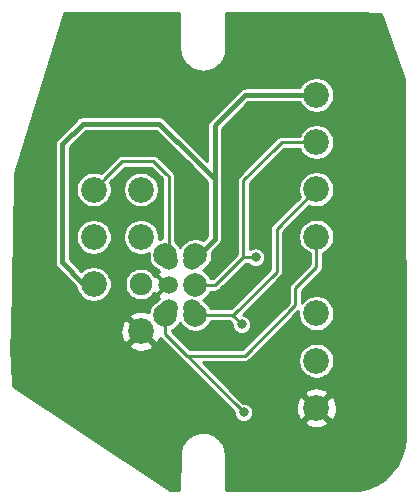
<source format=gtl>
G04 #@! TF.GenerationSoftware,KiCad,Pcbnew,(5.1.5-0-10_14)*
G04 #@! TF.CreationDate,2020-11-03T15:19:22-05:00*
G04 #@! TF.ProjectId,FC_Rear_Port_2P,46435f52-6561-4725-9f50-6f72745f3250,rev?*
G04 #@! TF.SameCoordinates,Original*
G04 #@! TF.FileFunction,Copper,L1,Top*
G04 #@! TF.FilePolarity,Positive*
%FSLAX46Y46*%
G04 Gerber Fmt 4.6, Leading zero omitted, Abs format (unit mm)*
G04 Created by KiCad (PCBNEW (5.1.5-0-10_14)) date 2020-11-03 15:19:22*
%MOMM*%
%LPD*%
G04 APERTURE LIST*
%ADD10C,1.500000*%
%ADD11C,2.180000*%
%ADD12C,1.900000*%
%ADD13C,2.000000*%
%ADD14C,1.200000*%
%ADD15C,0.800000*%
%ADD16C,0.250000*%
%ADD17C,0.400000*%
%ADD18C,0.254000*%
G04 APERTURE END LIST*
D10*
X154450000Y-94100000D03*
X154450000Y-96100000D03*
X154450000Y-98100000D03*
X156450000Y-98100000D03*
X156450000Y-96100000D03*
X156450000Y-94100000D03*
D11*
X152100000Y-100040000D03*
D12*
X152100000Y-96040000D03*
D11*
X152100000Y-92040000D03*
X152100000Y-88040000D03*
X148100000Y-88040000D03*
X148100000Y-92040000D03*
X148100000Y-96040000D03*
X166960000Y-80020000D03*
X166960000Y-84020000D03*
X166960000Y-88020000D03*
X166960000Y-92020000D03*
X166960000Y-98520000D03*
X166960000Y-102520000D03*
X166960000Y-106520000D03*
D13*
X154180000Y-93560000D03*
D14*
X154180000Y-96100000D03*
D13*
X154180000Y-98640000D03*
X156720000Y-98640000D03*
X156720000Y-96100000D03*
X156720000Y-93560000D03*
D15*
X162435540Y-82085180D03*
X164853620Y-85986620D03*
X162270440Y-90327480D03*
X165140640Y-93934280D03*
X158589980Y-100436680D03*
X147223480Y-85785960D03*
X150162260Y-94104460D03*
X146476720Y-99979480D03*
X150017480Y-105216960D03*
X142547340Y-95051880D03*
X144246600Y-83370420D03*
X148623020Y-108290360D03*
X172260260Y-82202020D03*
X172552360Y-94109540D03*
X149994620Y-89964260D03*
X156270960Y-90751660D03*
X154665680Y-84942680D03*
X159743140Y-88239600D03*
X161820860Y-93761560D03*
X160642300Y-99461320D03*
X160794700Y-106903520D03*
D16*
X158410000Y-96120000D02*
X156750000Y-96120000D01*
X160780000Y-93750000D02*
X158410000Y-96120000D01*
X160780000Y-89790002D02*
X160780000Y-93750000D01*
X160780000Y-89790002D02*
X160780000Y-89787000D01*
X160791560Y-93761560D02*
X161820860Y-93761560D01*
X160780000Y-93750000D02*
X160791560Y-93761560D01*
X160780000Y-87263700D02*
X160780000Y-89790002D01*
X163533699Y-84510001D02*
X160780000Y-87263700D01*
X164023700Y-84020000D02*
X166960000Y-84020000D01*
X163533699Y-84510001D02*
X164023700Y-84020000D01*
X159810980Y-98630000D02*
X160642300Y-99461320D01*
X156760000Y-98630000D02*
X159810980Y-98630000D01*
X163588700Y-91391300D02*
X166960000Y-88020000D01*
X163588700Y-94981300D02*
X163588700Y-91391300D01*
X159940000Y-98630000D02*
X163588700Y-94981300D01*
X159810980Y-98630000D02*
X159940000Y-98630000D01*
X166060001Y-92510001D02*
X166080001Y-92510001D01*
X154180000Y-100270000D02*
X154180000Y-99175001D01*
X155010000Y-101100000D02*
X154180000Y-100270000D01*
X155010000Y-101100000D02*
X155021660Y-101100000D01*
X155010000Y-101118820D02*
X160794700Y-106903520D01*
X155010000Y-101100000D02*
X155010000Y-101118820D01*
X166960000Y-94583800D02*
X166960000Y-92020000D01*
X160901380Y-102115620D02*
X165178740Y-97838260D01*
X165178740Y-96365060D02*
X166960000Y-94583800D01*
X165178740Y-97838260D02*
X165178740Y-96365060D01*
X156025620Y-102115620D02*
X160901380Y-102115620D01*
X155010000Y-101100000D02*
X156025620Y-102115620D01*
X149189999Y-86950001D02*
X148100000Y-88040000D01*
X150503900Y-85636100D02*
X149189999Y-86950001D01*
X153162000Y-85636100D02*
X150503900Y-85636100D01*
X154450000Y-86908860D02*
X154256740Y-86715600D01*
X154450000Y-94100000D02*
X154450000Y-86908860D01*
X154256740Y-86715600D02*
X153162000Y-85636100D01*
X154450000Y-86924100D02*
X154256740Y-86715600D01*
X156718000Y-93024999D02*
X157261002Y-93024999D01*
X156718000Y-85568000D02*
X156650000Y-85450000D01*
D17*
X162080000Y-80020000D02*
X166960000Y-80020000D01*
X147180000Y-82450000D02*
X145440000Y-84190000D01*
X145440000Y-94211000D02*
X147235001Y-96006001D01*
X153650000Y-82450000D02*
X147180000Y-82450000D01*
X145440000Y-84190000D02*
X145440000Y-94211000D01*
X156650000Y-85450000D02*
X153650000Y-82450000D01*
X156650000Y-85450000D02*
X158341060Y-87141060D01*
X166960000Y-80020000D02*
X160944720Y-80020000D01*
X156450000Y-94100000D02*
X158341060Y-92208940D01*
X158341060Y-82641440D02*
X158452820Y-82529680D01*
X160944720Y-80020000D02*
X158452820Y-82529680D01*
X158341060Y-87141060D02*
X158341060Y-87436960D01*
X158452820Y-82529680D02*
X158341060Y-82623660D01*
X158341060Y-87436960D02*
X158341060Y-82641440D01*
X158341060Y-87436960D02*
X158341060Y-92163900D01*
D18*
G36*
X155368054Y-76108352D02*
G01*
X155369808Y-76125627D01*
X155369808Y-76137106D01*
X155370322Y-76141994D01*
X155405781Y-76458115D01*
X155412407Y-76489289D01*
X155418610Y-76520617D01*
X155420064Y-76525312D01*
X155516249Y-76828526D01*
X155528797Y-76857801D01*
X155540974Y-76887346D01*
X155543312Y-76891669D01*
X155696559Y-77170425D01*
X155714560Y-77196715D01*
X155732238Y-77223322D01*
X155735371Y-77227109D01*
X155939844Y-77470791D01*
X155962607Y-77493082D01*
X155985118Y-77515751D01*
X155988927Y-77518857D01*
X156236837Y-77718182D01*
X156263511Y-77735637D01*
X156289982Y-77753492D01*
X156294322Y-77755799D01*
X156576227Y-77903175D01*
X156605793Y-77915120D01*
X156635217Y-77927489D01*
X156639923Y-77928909D01*
X156945083Y-78018723D01*
X156976397Y-78024697D01*
X157007674Y-78031117D01*
X157012562Y-78031596D01*
X157012566Y-78031596D01*
X157329361Y-78060426D01*
X157361192Y-78060204D01*
X157393166Y-78060427D01*
X157398057Y-78059947D01*
X157714419Y-78026696D01*
X157745692Y-78020276D01*
X157777007Y-78014303D01*
X157781713Y-78012882D01*
X158085590Y-77918817D01*
X158114990Y-77906459D01*
X158144581Y-77894503D01*
X158148916Y-77892198D01*
X158148920Y-77892196D01*
X158148923Y-77892194D01*
X158428740Y-77740897D01*
X158455144Y-77723088D01*
X158481886Y-77705588D01*
X158485694Y-77702482D01*
X158730798Y-77499714D01*
X158753237Y-77477118D01*
X158776072Y-77454756D01*
X158779205Y-77450968D01*
X158980256Y-77204455D01*
X158997908Y-77177886D01*
X159015935Y-77151558D01*
X159018273Y-77147234D01*
X159167613Y-76866366D01*
X159179763Y-76836888D01*
X159192338Y-76807547D01*
X159193791Y-76802852D01*
X159285734Y-76498325D01*
X159291927Y-76467049D01*
X159298565Y-76435822D01*
X159299078Y-76430934D01*
X159330119Y-76114349D01*
X159330119Y-76114341D01*
X159331797Y-76097313D01*
X159331978Y-73122000D01*
X170757523Y-73122000D01*
X172113839Y-73141516D01*
X172455840Y-73207516D01*
X174408040Y-78690904D01*
X174427834Y-109042973D01*
X174349146Y-109849199D01*
X174132782Y-110615114D01*
X173784205Y-111330609D01*
X173314431Y-111973075D01*
X172738315Y-112522193D01*
X172074065Y-112960609D01*
X171342670Y-113274471D01*
X170564008Y-113454604D01*
X169927676Y-113498023D01*
X159329888Y-113517362D01*
X159311889Y-110520595D01*
X159311823Y-110519968D01*
X159311298Y-110465542D01*
X159309300Y-110447010D01*
X159308969Y-110428377D01*
X159308369Y-110423499D01*
X159267802Y-110111887D01*
X159260620Y-110080822D01*
X159253865Y-110049624D01*
X159252328Y-110044956D01*
X159152009Y-109747158D01*
X159138937Y-109718095D01*
X159126243Y-109688785D01*
X159123829Y-109684504D01*
X158967576Y-109411864D01*
X158949111Y-109385897D01*
X158930964Y-109359609D01*
X158927764Y-109355878D01*
X158721532Y-109118779D01*
X158698347Y-109096867D01*
X158675467Y-109074631D01*
X158671604Y-109071593D01*
X158423247Y-108879067D01*
X158396275Y-108862093D01*
X158369484Y-108844706D01*
X158365104Y-108842476D01*
X158084080Y-108701856D01*
X158054310Y-108690439D01*
X158024667Y-108678593D01*
X158019937Y-108677256D01*
X157716954Y-108593899D01*
X157685539Y-108588483D01*
X157654155Y-108582619D01*
X157649255Y-108582227D01*
X157335851Y-108559307D01*
X157304005Y-108560095D01*
X157272057Y-108560439D01*
X157267174Y-108561006D01*
X156955287Y-108599396D01*
X156924182Y-108606359D01*
X156892927Y-108612898D01*
X156888248Y-108614402D01*
X156589757Y-108712640D01*
X156560604Y-108725508D01*
X156531207Y-108737997D01*
X156526909Y-108740382D01*
X156253183Y-108894727D01*
X156227064Y-108913028D01*
X156200674Y-108930974D01*
X156196921Y-108934148D01*
X155958388Y-109138719D01*
X155936308Y-109161758D01*
X155913919Y-109184475D01*
X155910859Y-109188312D01*
X155910854Y-109188317D01*
X155910851Y-109188322D01*
X155716599Y-109435325D01*
X155699429Y-109462191D01*
X155681864Y-109488846D01*
X155679607Y-109493206D01*
X155679604Y-109493210D01*
X155679604Y-109493211D01*
X155537026Y-109773244D01*
X155525409Y-109802914D01*
X155513348Y-109832493D01*
X155511978Y-109837214D01*
X155426508Y-110139609D01*
X155420876Y-110170965D01*
X155414790Y-110202327D01*
X155414363Y-110207224D01*
X155389635Y-110515719D01*
X155388302Y-110528101D01*
X155361179Y-113518000D01*
X154904943Y-113518000D01*
X154539536Y-113486901D01*
X141303661Y-104709012D01*
X141279285Y-104621958D01*
X141171739Y-102715465D01*
X141142097Y-101589060D01*
X141149423Y-101239583D01*
X151080022Y-101239583D01*
X151186648Y-101513187D01*
X151491602Y-101663066D01*
X151819938Y-101750572D01*
X152159035Y-101772341D01*
X152495864Y-101727537D01*
X152817479Y-101617883D01*
X153013352Y-101513187D01*
X153119978Y-101239583D01*
X152100000Y-100219605D01*
X151080022Y-101239583D01*
X141149423Y-101239583D01*
X141173334Y-100099035D01*
X150367659Y-100099035D01*
X150412463Y-100435864D01*
X150522117Y-100757479D01*
X150626813Y-100953352D01*
X150900417Y-101059978D01*
X151920395Y-100040000D01*
X150900417Y-99020022D01*
X150626813Y-99126648D01*
X150476934Y-99431602D01*
X150389428Y-99759938D01*
X150367659Y-100099035D01*
X141173334Y-100099035D01*
X141441798Y-87293304D01*
X141479148Y-86611671D01*
X142214777Y-84190000D01*
X144809967Y-84190000D01*
X144813000Y-84220794D01*
X144813001Y-94180196D01*
X144809967Y-94211000D01*
X144822073Y-94333912D01*
X144850199Y-94426630D01*
X144857926Y-94452103D01*
X144916148Y-94561028D01*
X144994500Y-94656501D01*
X145018422Y-94676134D01*
X146595738Y-96253450D01*
X146641298Y-96482493D01*
X146755652Y-96758569D01*
X146921669Y-97007031D01*
X147132969Y-97218331D01*
X147381431Y-97384348D01*
X147657507Y-97498702D01*
X147950589Y-97557000D01*
X148249411Y-97557000D01*
X148542493Y-97498702D01*
X148818569Y-97384348D01*
X149067031Y-97218331D01*
X149278331Y-97007031D01*
X149444348Y-96758569D01*
X149558702Y-96482493D01*
X149617000Y-96189411D01*
X149617000Y-95904377D01*
X150723000Y-95904377D01*
X150723000Y-96175623D01*
X150775917Y-96441656D01*
X150879718Y-96692254D01*
X151030414Y-96917787D01*
X151222213Y-97109586D01*
X151447746Y-97260282D01*
X151698344Y-97364083D01*
X151964377Y-97417000D01*
X152235623Y-97417000D01*
X152501656Y-97364083D01*
X152752254Y-97260282D01*
X152977787Y-97109586D01*
X153169586Y-96917787D01*
X153248017Y-96800407D01*
X153254140Y-96811863D01*
X153493007Y-96877388D01*
X154270395Y-96100000D01*
X153493007Y-95322612D01*
X153310257Y-95372743D01*
X153169586Y-95162213D01*
X152977787Y-94970414D01*
X152752254Y-94819718D01*
X152501656Y-94715917D01*
X152235623Y-94663000D01*
X151964377Y-94663000D01*
X151698344Y-94715917D01*
X151447746Y-94819718D01*
X151222213Y-94970414D01*
X151030414Y-95162213D01*
X150879718Y-95387746D01*
X150775917Y-95638344D01*
X150723000Y-95904377D01*
X149617000Y-95904377D01*
X149617000Y-95890589D01*
X149558702Y-95597507D01*
X149444348Y-95321431D01*
X149278331Y-95072969D01*
X149067031Y-94861669D01*
X148818569Y-94695652D01*
X148542493Y-94581298D01*
X148249411Y-94523000D01*
X147950589Y-94523000D01*
X147657507Y-94581298D01*
X147381431Y-94695652D01*
X147132969Y-94861669D01*
X147055175Y-94939463D01*
X146067000Y-93951289D01*
X146067000Y-91890589D01*
X146583000Y-91890589D01*
X146583000Y-92189411D01*
X146641298Y-92482493D01*
X146755652Y-92758569D01*
X146921669Y-93007031D01*
X147132969Y-93218331D01*
X147381431Y-93384348D01*
X147657507Y-93498702D01*
X147950589Y-93557000D01*
X148249411Y-93557000D01*
X148542493Y-93498702D01*
X148818569Y-93384348D01*
X149067031Y-93218331D01*
X149278331Y-93007031D01*
X149444348Y-92758569D01*
X149558702Y-92482493D01*
X149617000Y-92189411D01*
X149617000Y-91890589D01*
X149558702Y-91597507D01*
X149444348Y-91321431D01*
X149278331Y-91072969D01*
X149067031Y-90861669D01*
X148818569Y-90695652D01*
X148542493Y-90581298D01*
X148249411Y-90523000D01*
X147950589Y-90523000D01*
X147657507Y-90581298D01*
X147381431Y-90695652D01*
X147132969Y-90861669D01*
X146921669Y-91072969D01*
X146755652Y-91321431D01*
X146641298Y-91597507D01*
X146583000Y-91890589D01*
X146067000Y-91890589D01*
X146067000Y-84449711D01*
X147439712Y-83077000D01*
X153390289Y-83077000D01*
X156228418Y-85915130D01*
X156228423Y-85915134D01*
X157714060Y-87400772D01*
X157714060Y-87406167D01*
X157714061Y-91949227D01*
X157376098Y-92287191D01*
X157136241Y-92187838D01*
X156860547Y-92133000D01*
X156579453Y-92133000D01*
X156303759Y-92187838D01*
X156044062Y-92295409D01*
X155810340Y-92451576D01*
X155611576Y-92650340D01*
X155455409Y-92884062D01*
X155450000Y-92897120D01*
X155444591Y-92884062D01*
X155288424Y-92650340D01*
X155089660Y-92451576D01*
X155002000Y-92393004D01*
X155002000Y-86961709D01*
X155004271Y-86945125D01*
X155003066Y-86925147D01*
X155004670Y-86908860D01*
X155000989Y-86871489D01*
X154997994Y-86841075D01*
X154997723Y-86836588D01*
X154997449Y-86835543D01*
X154994012Y-86800649D01*
X154962448Y-86696597D01*
X154911191Y-86600702D01*
X154842211Y-86516649D01*
X154821143Y-86499359D01*
X154664867Y-86343083D01*
X154663620Y-86341585D01*
X154653140Y-86331251D01*
X154643149Y-86320472D01*
X154635302Y-86313518D01*
X154627893Y-86306109D01*
X154626403Y-86304886D01*
X153570266Y-85263452D01*
X153554211Y-85243889D01*
X153531650Y-85225374D01*
X153530274Y-85224017D01*
X153510774Y-85208242D01*
X153470158Y-85174909D01*
X153468431Y-85173986D01*
X153466917Y-85172761D01*
X153420603Y-85148421D01*
X153374263Y-85123652D01*
X153372391Y-85123084D01*
X153370665Y-85122177D01*
X153320512Y-85107347D01*
X153270211Y-85092088D01*
X153268260Y-85091896D01*
X153266394Y-85091344D01*
X153214295Y-85086581D01*
X153189109Y-85084100D01*
X153187163Y-85084100D01*
X153158113Y-85081444D01*
X153132955Y-85084100D01*
X150531008Y-85084100D01*
X150503900Y-85081430D01*
X150476791Y-85084100D01*
X150395689Y-85092088D01*
X150291637Y-85123652D01*
X150195742Y-85174909D01*
X150111689Y-85243889D01*
X150094408Y-85264946D01*
X148818855Y-86540501D01*
X148818844Y-86540510D01*
X148709062Y-86650293D01*
X148542493Y-86581298D01*
X148249411Y-86523000D01*
X147950589Y-86523000D01*
X147657507Y-86581298D01*
X147381431Y-86695652D01*
X147132969Y-86861669D01*
X146921669Y-87072969D01*
X146755652Y-87321431D01*
X146641298Y-87597507D01*
X146583000Y-87890589D01*
X146583000Y-88189411D01*
X146641298Y-88482493D01*
X146755652Y-88758569D01*
X146921669Y-89007031D01*
X147132969Y-89218331D01*
X147381431Y-89384348D01*
X147657507Y-89498702D01*
X147950589Y-89557000D01*
X148249411Y-89557000D01*
X148542493Y-89498702D01*
X148818569Y-89384348D01*
X149067031Y-89218331D01*
X149278331Y-89007031D01*
X149444348Y-88758569D01*
X149558702Y-88482493D01*
X149617000Y-88189411D01*
X149617000Y-87890589D01*
X150583000Y-87890589D01*
X150583000Y-88189411D01*
X150641298Y-88482493D01*
X150755652Y-88758569D01*
X150921669Y-89007031D01*
X151132969Y-89218331D01*
X151381431Y-89384348D01*
X151657507Y-89498702D01*
X151950589Y-89557000D01*
X152249411Y-89557000D01*
X152542493Y-89498702D01*
X152818569Y-89384348D01*
X153067031Y-89218331D01*
X153278331Y-89007031D01*
X153444348Y-88758569D01*
X153558702Y-88482493D01*
X153617000Y-88189411D01*
X153617000Y-87890589D01*
X153558702Y-87597507D01*
X153444348Y-87321431D01*
X153278331Y-87072969D01*
X153067031Y-86861669D01*
X152818569Y-86695652D01*
X152542493Y-86581298D01*
X152249411Y-86523000D01*
X151950589Y-86523000D01*
X151657507Y-86581298D01*
X151381431Y-86695652D01*
X151132969Y-86861669D01*
X150921669Y-87072969D01*
X150755652Y-87321431D01*
X150641298Y-87597507D01*
X150583000Y-87890589D01*
X149617000Y-87890589D01*
X149558702Y-87597507D01*
X149489707Y-87430938D01*
X149599490Y-87321156D01*
X149599499Y-87321145D01*
X150732546Y-86188100D01*
X152935618Y-86188100D01*
X153860339Y-87099948D01*
X153898001Y-87140581D01*
X153898000Y-92161136D01*
X153763759Y-92187838D01*
X153604163Y-92253945D01*
X153617000Y-92189411D01*
X153617000Y-91890589D01*
X153558702Y-91597507D01*
X153444348Y-91321431D01*
X153278331Y-91072969D01*
X153067031Y-90861669D01*
X152818569Y-90695652D01*
X152542493Y-90581298D01*
X152249411Y-90523000D01*
X151950589Y-90523000D01*
X151657507Y-90581298D01*
X151381431Y-90695652D01*
X151132969Y-90861669D01*
X150921669Y-91072969D01*
X150755652Y-91321431D01*
X150641298Y-91597507D01*
X150583000Y-91890589D01*
X150583000Y-92189411D01*
X150641298Y-92482493D01*
X150755652Y-92758569D01*
X150921669Y-93007031D01*
X151132969Y-93218331D01*
X151381431Y-93384348D01*
X151657507Y-93498702D01*
X151950589Y-93557000D01*
X152249411Y-93557000D01*
X152542493Y-93498702D01*
X152754722Y-93410794D01*
X152753000Y-93419453D01*
X152753000Y-93700547D01*
X152807838Y-93976241D01*
X152915409Y-94235938D01*
X153071576Y-94469660D01*
X153270340Y-94668424D01*
X153504062Y-94824591D01*
X153524149Y-94832912D01*
X153535764Y-94850294D01*
X153661013Y-94975543D01*
X153633582Y-94985798D01*
X153557148Y-95026652D01*
X153509841Y-95250236D01*
X154180000Y-95920395D01*
X154194143Y-95906253D01*
X154373748Y-96085858D01*
X154359605Y-96100000D01*
X154373748Y-96114143D01*
X154194143Y-96293748D01*
X154180000Y-96279605D01*
X153509841Y-96949764D01*
X153557148Y-97173348D01*
X153663604Y-97221866D01*
X153535764Y-97349706D01*
X153524149Y-97367088D01*
X153504062Y-97375409D01*
X153270340Y-97531576D01*
X153071576Y-97730340D01*
X152915409Y-97964062D01*
X152807838Y-98223759D01*
X152763980Y-98444252D01*
X152708398Y-98416934D01*
X152380062Y-98329428D01*
X152040965Y-98307659D01*
X151704136Y-98352463D01*
X151382521Y-98462117D01*
X151186648Y-98566813D01*
X151080022Y-98840417D01*
X152100000Y-99860395D01*
X152114143Y-99846253D01*
X152293748Y-100025858D01*
X152279605Y-100040000D01*
X153299583Y-101059978D01*
X153573187Y-100953352D01*
X153723066Y-100648398D01*
X153736153Y-100599292D01*
X153787789Y-100662211D01*
X153808856Y-100679500D01*
X154540170Y-101410816D01*
X154548809Y-101426978D01*
X154617789Y-101511031D01*
X154638855Y-101528319D01*
X159967700Y-106857166D01*
X159967700Y-106984972D01*
X159999482Y-107144747D01*
X160061823Y-107295251D01*
X160152328Y-107430701D01*
X160267519Y-107545892D01*
X160402969Y-107636397D01*
X160553473Y-107698738D01*
X160713248Y-107730520D01*
X160876152Y-107730520D01*
X160931134Y-107719583D01*
X165940022Y-107719583D01*
X166046648Y-107993187D01*
X166351602Y-108143066D01*
X166679938Y-108230572D01*
X167019035Y-108252341D01*
X167355864Y-108207537D01*
X167677479Y-108097883D01*
X167873352Y-107993187D01*
X167979978Y-107719583D01*
X166960000Y-106699605D01*
X165940022Y-107719583D01*
X160931134Y-107719583D01*
X161035927Y-107698738D01*
X161186431Y-107636397D01*
X161321881Y-107545892D01*
X161437072Y-107430701D01*
X161527577Y-107295251D01*
X161589918Y-107144747D01*
X161621700Y-106984972D01*
X161621700Y-106822068D01*
X161589918Y-106662293D01*
X161555432Y-106579035D01*
X165227659Y-106579035D01*
X165272463Y-106915864D01*
X165382117Y-107237479D01*
X165486813Y-107433352D01*
X165760417Y-107539978D01*
X166780395Y-106520000D01*
X167139605Y-106520000D01*
X168159583Y-107539978D01*
X168433187Y-107433352D01*
X168583066Y-107128398D01*
X168670572Y-106800062D01*
X168692341Y-106460965D01*
X168647537Y-106124136D01*
X168537883Y-105802521D01*
X168433187Y-105606648D01*
X168159583Y-105500022D01*
X167139605Y-106520000D01*
X166780395Y-106520000D01*
X165760417Y-105500022D01*
X165486813Y-105606648D01*
X165336934Y-105911602D01*
X165249428Y-106239938D01*
X165227659Y-106579035D01*
X161555432Y-106579035D01*
X161527577Y-106511789D01*
X161437072Y-106376339D01*
X161321881Y-106261148D01*
X161186431Y-106170643D01*
X161035927Y-106108302D01*
X160876152Y-106076520D01*
X160748346Y-106076520D01*
X159992243Y-105320417D01*
X165940022Y-105320417D01*
X166960000Y-106340395D01*
X167979978Y-105320417D01*
X167873352Y-105046813D01*
X167568398Y-104896934D01*
X167240062Y-104809428D01*
X166900965Y-104787659D01*
X166564136Y-104832463D01*
X166242521Y-104942117D01*
X166046648Y-105046813D01*
X165940022Y-105320417D01*
X159992243Y-105320417D01*
X157339445Y-102667620D01*
X160874274Y-102667620D01*
X160901380Y-102670290D01*
X160928486Y-102667620D01*
X160928489Y-102667620D01*
X161009591Y-102659632D01*
X161113643Y-102628068D01*
X161209538Y-102576811D01*
X161293591Y-102507831D01*
X161310881Y-102486763D01*
X161427055Y-102370589D01*
X165443000Y-102370589D01*
X165443000Y-102669411D01*
X165501298Y-102962493D01*
X165615652Y-103238569D01*
X165781669Y-103487031D01*
X165992969Y-103698331D01*
X166241431Y-103864348D01*
X166517507Y-103978702D01*
X166810589Y-104037000D01*
X167109411Y-104037000D01*
X167402493Y-103978702D01*
X167678569Y-103864348D01*
X167927031Y-103698331D01*
X168138331Y-103487031D01*
X168304348Y-103238569D01*
X168418702Y-102962493D01*
X168477000Y-102669411D01*
X168477000Y-102370589D01*
X168418702Y-102077507D01*
X168304348Y-101801431D01*
X168138331Y-101552969D01*
X167927031Y-101341669D01*
X167678569Y-101175652D01*
X167402493Y-101061298D01*
X167109411Y-101003000D01*
X166810589Y-101003000D01*
X166517507Y-101061298D01*
X166241431Y-101175652D01*
X165992969Y-101341669D01*
X165781669Y-101552969D01*
X165615652Y-101801431D01*
X165501298Y-102077507D01*
X165443000Y-102370589D01*
X161427055Y-102370589D01*
X165446959Y-98350687D01*
X165443000Y-98370589D01*
X165443000Y-98669411D01*
X165501298Y-98962493D01*
X165615652Y-99238569D01*
X165781669Y-99487031D01*
X165992969Y-99698331D01*
X166241431Y-99864348D01*
X166517507Y-99978702D01*
X166810589Y-100037000D01*
X167109411Y-100037000D01*
X167402493Y-99978702D01*
X167678569Y-99864348D01*
X167927031Y-99698331D01*
X168138331Y-99487031D01*
X168304348Y-99238569D01*
X168418702Y-98962493D01*
X168477000Y-98669411D01*
X168477000Y-98370589D01*
X168418702Y-98077507D01*
X168304348Y-97801431D01*
X168138331Y-97552969D01*
X167927031Y-97341669D01*
X167678569Y-97175652D01*
X167402493Y-97061298D01*
X167109411Y-97003000D01*
X166810589Y-97003000D01*
X166517507Y-97061298D01*
X166241431Y-97175652D01*
X165992969Y-97341669D01*
X165781669Y-97552969D01*
X165730740Y-97629190D01*
X165730740Y-96593704D01*
X167331154Y-94993292D01*
X167352211Y-94976011D01*
X167421191Y-94891958D01*
X167472448Y-94796063D01*
X167504012Y-94692011D01*
X167512000Y-94610909D01*
X167512000Y-94610907D01*
X167514670Y-94583801D01*
X167512000Y-94556695D01*
X167512000Y-93433343D01*
X167678569Y-93364348D01*
X167927031Y-93198331D01*
X168138331Y-92987031D01*
X168304348Y-92738569D01*
X168418702Y-92462493D01*
X168477000Y-92169411D01*
X168477000Y-91870589D01*
X168418702Y-91577507D01*
X168304348Y-91301431D01*
X168138331Y-91052969D01*
X167927031Y-90841669D01*
X167678569Y-90675652D01*
X167402493Y-90561298D01*
X167109411Y-90503000D01*
X166810589Y-90503000D01*
X166517507Y-90561298D01*
X166241431Y-90675652D01*
X165992969Y-90841669D01*
X165781669Y-91052969D01*
X165615652Y-91301431D01*
X165501298Y-91577507D01*
X165443000Y-91870589D01*
X165443000Y-92169411D01*
X165501298Y-92462493D01*
X165508337Y-92479486D01*
X165505331Y-92510001D01*
X165515989Y-92618212D01*
X165547553Y-92722264D01*
X165598810Y-92818159D01*
X165667790Y-92902212D01*
X165751843Y-92971192D01*
X165781891Y-92987253D01*
X165992969Y-93198331D01*
X166241431Y-93364348D01*
X166408000Y-93433343D01*
X166408000Y-94355154D01*
X164807592Y-95955564D01*
X164786530Y-95972849D01*
X164746553Y-96021562D01*
X164717549Y-96056903D01*
X164666292Y-96152798D01*
X164634729Y-96256850D01*
X164624070Y-96365060D01*
X164626741Y-96392176D01*
X164626740Y-97609614D01*
X160672736Y-101563620D01*
X156254266Y-101563620D01*
X155483270Y-100792626D01*
X155482851Y-100791842D01*
X155413871Y-100707789D01*
X155329818Y-100638809D01*
X155329038Y-100638392D01*
X154732000Y-100041356D01*
X154732000Y-99955928D01*
X154855938Y-99904591D01*
X155089660Y-99748424D01*
X155288424Y-99549660D01*
X155444591Y-99315938D01*
X155450000Y-99302880D01*
X155455409Y-99315938D01*
X155611576Y-99549660D01*
X155810340Y-99748424D01*
X156044062Y-99904591D01*
X156303759Y-100012162D01*
X156579453Y-100067000D01*
X156860547Y-100067000D01*
X157136241Y-100012162D01*
X157395938Y-99904591D01*
X157629660Y-99748424D01*
X157828424Y-99549660D01*
X157984591Y-99315938D01*
X158040070Y-99182000D01*
X159582336Y-99182000D01*
X159815300Y-99414964D01*
X159815300Y-99542772D01*
X159847082Y-99702547D01*
X159909423Y-99853051D01*
X159999928Y-99988501D01*
X160115119Y-100103692D01*
X160250569Y-100194197D01*
X160401073Y-100256538D01*
X160560848Y-100288320D01*
X160723752Y-100288320D01*
X160883527Y-100256538D01*
X161034031Y-100194197D01*
X161169481Y-100103692D01*
X161284672Y-99988501D01*
X161375177Y-99853051D01*
X161437518Y-99702547D01*
X161469300Y-99542772D01*
X161469300Y-99379868D01*
X161437518Y-99220093D01*
X161375177Y-99069589D01*
X161284672Y-98934139D01*
X161169481Y-98818948D01*
X161034031Y-98728443D01*
X160883527Y-98666102D01*
X160723752Y-98634320D01*
X160716324Y-98634320D01*
X163959854Y-95390792D01*
X163980911Y-95373511D01*
X164049891Y-95289458D01*
X164101148Y-95193563D01*
X164132712Y-95089511D01*
X164140700Y-95008409D01*
X164140700Y-95008407D01*
X164143370Y-94981301D01*
X164140700Y-94954195D01*
X164140700Y-91619944D01*
X166350938Y-89409707D01*
X166517507Y-89478702D01*
X166810589Y-89537000D01*
X167109411Y-89537000D01*
X167402493Y-89478702D01*
X167678569Y-89364348D01*
X167927031Y-89198331D01*
X168138331Y-88987031D01*
X168304348Y-88738569D01*
X168418702Y-88462493D01*
X168477000Y-88169411D01*
X168477000Y-87870589D01*
X168418702Y-87577507D01*
X168304348Y-87301431D01*
X168138331Y-87052969D01*
X167927031Y-86841669D01*
X167678569Y-86675652D01*
X167402493Y-86561298D01*
X167109411Y-86503000D01*
X166810589Y-86503000D01*
X166517507Y-86561298D01*
X166241431Y-86675652D01*
X165992969Y-86841669D01*
X165781669Y-87052969D01*
X165615652Y-87301431D01*
X165501298Y-87577507D01*
X165443000Y-87870589D01*
X165443000Y-88169411D01*
X165501298Y-88462493D01*
X165570293Y-88629062D01*
X163217552Y-90981804D01*
X163196490Y-90999089D01*
X163152272Y-91052969D01*
X163127509Y-91083143D01*
X163076252Y-91179038D01*
X163044689Y-91283090D01*
X163034030Y-91391300D01*
X163036701Y-91418416D01*
X163036700Y-94752654D01*
X159711356Y-98078000D01*
X158031786Y-98078000D01*
X157984591Y-97964062D01*
X157828424Y-97730340D01*
X157629660Y-97531576D01*
X157395938Y-97375409D01*
X157382880Y-97370000D01*
X157395938Y-97364591D01*
X157629660Y-97208424D01*
X157828424Y-97009660D01*
X157984591Y-96775938D01*
X158027644Y-96672000D01*
X158382894Y-96672000D01*
X158410000Y-96674670D01*
X158437106Y-96672000D01*
X158437109Y-96672000D01*
X158518211Y-96664012D01*
X158622263Y-96632448D01*
X158718158Y-96581191D01*
X158802211Y-96512211D01*
X158819500Y-96491144D01*
X160997086Y-94313560D01*
X161203307Y-94313560D01*
X161293679Y-94403932D01*
X161429129Y-94494437D01*
X161579633Y-94556778D01*
X161739408Y-94588560D01*
X161902312Y-94588560D01*
X162062087Y-94556778D01*
X162212591Y-94494437D01*
X162348041Y-94403932D01*
X162463232Y-94288741D01*
X162553737Y-94153291D01*
X162616078Y-94002787D01*
X162647860Y-93843012D01*
X162647860Y-93680108D01*
X162616078Y-93520333D01*
X162553737Y-93369829D01*
X162463232Y-93234379D01*
X162348041Y-93119188D01*
X162212591Y-93028683D01*
X162062087Y-92966342D01*
X161902312Y-92934560D01*
X161739408Y-92934560D01*
X161579633Y-92966342D01*
X161429129Y-93028683D01*
X161332000Y-93093583D01*
X161332000Y-87492344D01*
X163943190Y-84881156D01*
X163943198Y-84881146D01*
X164252345Y-84572000D01*
X165546657Y-84572000D01*
X165615652Y-84738569D01*
X165781669Y-84987031D01*
X165992969Y-85198331D01*
X166241431Y-85364348D01*
X166517507Y-85478702D01*
X166810589Y-85537000D01*
X167109411Y-85537000D01*
X167402493Y-85478702D01*
X167678569Y-85364348D01*
X167927031Y-85198331D01*
X168138331Y-84987031D01*
X168304348Y-84738569D01*
X168418702Y-84462493D01*
X168477000Y-84169411D01*
X168477000Y-83870589D01*
X168418702Y-83577507D01*
X168304348Y-83301431D01*
X168138331Y-83052969D01*
X167927031Y-82841669D01*
X167678569Y-82675652D01*
X167402493Y-82561298D01*
X167109411Y-82503000D01*
X166810589Y-82503000D01*
X166517507Y-82561298D01*
X166241431Y-82675652D01*
X165992969Y-82841669D01*
X165781669Y-83052969D01*
X165615652Y-83301431D01*
X165546657Y-83468000D01*
X164050805Y-83468000D01*
X164023699Y-83465330D01*
X163996593Y-83468000D01*
X163996591Y-83468000D01*
X163915489Y-83475988D01*
X163811437Y-83507552D01*
X163715542Y-83558809D01*
X163631489Y-83627789D01*
X163614208Y-83648846D01*
X163162554Y-84100502D01*
X163162544Y-84100510D01*
X160408856Y-86854200D01*
X160387789Y-86871489D01*
X160318809Y-86955542D01*
X160267552Y-87051438D01*
X160235988Y-87155490D01*
X160228000Y-87236591D01*
X160225330Y-87263700D01*
X160228000Y-87290806D01*
X160228001Y-89759881D01*
X160228000Y-89759891D01*
X160228000Y-89762894D01*
X160228001Y-93521353D01*
X158181356Y-95568000D01*
X158044213Y-95568000D01*
X157984591Y-95424062D01*
X157828424Y-95190340D01*
X157629660Y-94991576D01*
X157395938Y-94835409D01*
X157382880Y-94830000D01*
X157395938Y-94824591D01*
X157629660Y-94668424D01*
X157828424Y-94469660D01*
X157984591Y-94235938D01*
X158092162Y-93976241D01*
X158147000Y-93700547D01*
X158147000Y-93419453D01*
X158125475Y-93311237D01*
X158806190Y-92630522D01*
X158864913Y-92558968D01*
X158923134Y-92450044D01*
X158958987Y-92331853D01*
X158971093Y-92208940D01*
X158968060Y-92178146D01*
X158968060Y-87171854D01*
X158971093Y-87141060D01*
X158968060Y-87110266D01*
X158968060Y-82900644D01*
X161205738Y-80647000D01*
X165577723Y-80647000D01*
X165615652Y-80738569D01*
X165781669Y-80987031D01*
X165992969Y-81198331D01*
X166241431Y-81364348D01*
X166517507Y-81478702D01*
X166810589Y-81537000D01*
X167109411Y-81537000D01*
X167402493Y-81478702D01*
X167678569Y-81364348D01*
X167927031Y-81198331D01*
X168138331Y-80987031D01*
X168304348Y-80738569D01*
X168418702Y-80462493D01*
X168477000Y-80169411D01*
X168477000Y-79870589D01*
X168418702Y-79577507D01*
X168304348Y-79301431D01*
X168138331Y-79052969D01*
X167927031Y-78841669D01*
X167678569Y-78675652D01*
X167402493Y-78561298D01*
X167109411Y-78503000D01*
X166810589Y-78503000D01*
X166517507Y-78561298D01*
X166241431Y-78675652D01*
X165992969Y-78841669D01*
X165781669Y-79052969D01*
X165615652Y-79301431D01*
X165577723Y-79393000D01*
X160974393Y-79393000D01*
X160942479Y-79389971D01*
X160882275Y-79396117D01*
X160821807Y-79402073D01*
X160820725Y-79402401D01*
X160819610Y-79402515D01*
X160761858Y-79420258D01*
X160703617Y-79437925D01*
X160702621Y-79438457D01*
X160701548Y-79438787D01*
X160648213Y-79467539D01*
X160594692Y-79496147D01*
X160593823Y-79496860D01*
X160592831Y-79497395D01*
X160546169Y-79535969D01*
X160499219Y-79574499D01*
X160478877Y-79599286D01*
X158027726Y-82067926D01*
X157913955Y-82163597D01*
X157849290Y-82229829D01*
X157781906Y-82333336D01*
X157736011Y-82448001D01*
X157713367Y-82569415D01*
X157713882Y-82612453D01*
X157711027Y-82641440D01*
X157714061Y-82672244D01*
X157714060Y-85627349D01*
X157115134Y-85028423D01*
X157115130Y-85028418D01*
X154115138Y-82028427D01*
X154095501Y-82004499D01*
X154000028Y-81926147D01*
X153891103Y-81867925D01*
X153772913Y-81832073D01*
X153680794Y-81823000D01*
X153650000Y-81819967D01*
X153619206Y-81823000D01*
X147210794Y-81823000D01*
X147180000Y-81819967D01*
X147057087Y-81832073D01*
X146938896Y-81867925D01*
X146872405Y-81903466D01*
X146829972Y-81926147D01*
X146734499Y-82004499D01*
X146714866Y-82028422D01*
X145018427Y-83724862D01*
X144994499Y-83744499D01*
X144916147Y-83839973D01*
X144857925Y-83948898D01*
X144827617Y-84048811D01*
X144822073Y-84067088D01*
X144809967Y-84190000D01*
X142214777Y-84190000D01*
X145559814Y-73178239D01*
X145600306Y-73122000D01*
X155359059Y-73122000D01*
X155368054Y-76108352D01*
G37*
X155368054Y-76108352D02*
X155369808Y-76125627D01*
X155369808Y-76137106D01*
X155370322Y-76141994D01*
X155405781Y-76458115D01*
X155412407Y-76489289D01*
X155418610Y-76520617D01*
X155420064Y-76525312D01*
X155516249Y-76828526D01*
X155528797Y-76857801D01*
X155540974Y-76887346D01*
X155543312Y-76891669D01*
X155696559Y-77170425D01*
X155714560Y-77196715D01*
X155732238Y-77223322D01*
X155735371Y-77227109D01*
X155939844Y-77470791D01*
X155962607Y-77493082D01*
X155985118Y-77515751D01*
X155988927Y-77518857D01*
X156236837Y-77718182D01*
X156263511Y-77735637D01*
X156289982Y-77753492D01*
X156294322Y-77755799D01*
X156576227Y-77903175D01*
X156605793Y-77915120D01*
X156635217Y-77927489D01*
X156639923Y-77928909D01*
X156945083Y-78018723D01*
X156976397Y-78024697D01*
X157007674Y-78031117D01*
X157012562Y-78031596D01*
X157012566Y-78031596D01*
X157329361Y-78060426D01*
X157361192Y-78060204D01*
X157393166Y-78060427D01*
X157398057Y-78059947D01*
X157714419Y-78026696D01*
X157745692Y-78020276D01*
X157777007Y-78014303D01*
X157781713Y-78012882D01*
X158085590Y-77918817D01*
X158114990Y-77906459D01*
X158144581Y-77894503D01*
X158148916Y-77892198D01*
X158148920Y-77892196D01*
X158148923Y-77892194D01*
X158428740Y-77740897D01*
X158455144Y-77723088D01*
X158481886Y-77705588D01*
X158485694Y-77702482D01*
X158730798Y-77499714D01*
X158753237Y-77477118D01*
X158776072Y-77454756D01*
X158779205Y-77450968D01*
X158980256Y-77204455D01*
X158997908Y-77177886D01*
X159015935Y-77151558D01*
X159018273Y-77147234D01*
X159167613Y-76866366D01*
X159179763Y-76836888D01*
X159192338Y-76807547D01*
X159193791Y-76802852D01*
X159285734Y-76498325D01*
X159291927Y-76467049D01*
X159298565Y-76435822D01*
X159299078Y-76430934D01*
X159330119Y-76114349D01*
X159330119Y-76114341D01*
X159331797Y-76097313D01*
X159331978Y-73122000D01*
X170757523Y-73122000D01*
X172113839Y-73141516D01*
X172455840Y-73207516D01*
X174408040Y-78690904D01*
X174427834Y-109042973D01*
X174349146Y-109849199D01*
X174132782Y-110615114D01*
X173784205Y-111330609D01*
X173314431Y-111973075D01*
X172738315Y-112522193D01*
X172074065Y-112960609D01*
X171342670Y-113274471D01*
X170564008Y-113454604D01*
X169927676Y-113498023D01*
X159329888Y-113517362D01*
X159311889Y-110520595D01*
X159311823Y-110519968D01*
X159311298Y-110465542D01*
X159309300Y-110447010D01*
X159308969Y-110428377D01*
X159308369Y-110423499D01*
X159267802Y-110111887D01*
X159260620Y-110080822D01*
X159253865Y-110049624D01*
X159252328Y-110044956D01*
X159152009Y-109747158D01*
X159138937Y-109718095D01*
X159126243Y-109688785D01*
X159123829Y-109684504D01*
X158967576Y-109411864D01*
X158949111Y-109385897D01*
X158930964Y-109359609D01*
X158927764Y-109355878D01*
X158721532Y-109118779D01*
X158698347Y-109096867D01*
X158675467Y-109074631D01*
X158671604Y-109071593D01*
X158423247Y-108879067D01*
X158396275Y-108862093D01*
X158369484Y-108844706D01*
X158365104Y-108842476D01*
X158084080Y-108701856D01*
X158054310Y-108690439D01*
X158024667Y-108678593D01*
X158019937Y-108677256D01*
X157716954Y-108593899D01*
X157685539Y-108588483D01*
X157654155Y-108582619D01*
X157649255Y-108582227D01*
X157335851Y-108559307D01*
X157304005Y-108560095D01*
X157272057Y-108560439D01*
X157267174Y-108561006D01*
X156955287Y-108599396D01*
X156924182Y-108606359D01*
X156892927Y-108612898D01*
X156888248Y-108614402D01*
X156589757Y-108712640D01*
X156560604Y-108725508D01*
X156531207Y-108737997D01*
X156526909Y-108740382D01*
X156253183Y-108894727D01*
X156227064Y-108913028D01*
X156200674Y-108930974D01*
X156196921Y-108934148D01*
X155958388Y-109138719D01*
X155936308Y-109161758D01*
X155913919Y-109184475D01*
X155910859Y-109188312D01*
X155910854Y-109188317D01*
X155910851Y-109188322D01*
X155716599Y-109435325D01*
X155699429Y-109462191D01*
X155681864Y-109488846D01*
X155679607Y-109493206D01*
X155679604Y-109493210D01*
X155679604Y-109493211D01*
X155537026Y-109773244D01*
X155525409Y-109802914D01*
X155513348Y-109832493D01*
X155511978Y-109837214D01*
X155426508Y-110139609D01*
X155420876Y-110170965D01*
X155414790Y-110202327D01*
X155414363Y-110207224D01*
X155389635Y-110515719D01*
X155388302Y-110528101D01*
X155361179Y-113518000D01*
X154904943Y-113518000D01*
X154539536Y-113486901D01*
X141303661Y-104709012D01*
X141279285Y-104621958D01*
X141171739Y-102715465D01*
X141142097Y-101589060D01*
X141149423Y-101239583D01*
X151080022Y-101239583D01*
X151186648Y-101513187D01*
X151491602Y-101663066D01*
X151819938Y-101750572D01*
X152159035Y-101772341D01*
X152495864Y-101727537D01*
X152817479Y-101617883D01*
X153013352Y-101513187D01*
X153119978Y-101239583D01*
X152100000Y-100219605D01*
X151080022Y-101239583D01*
X141149423Y-101239583D01*
X141173334Y-100099035D01*
X150367659Y-100099035D01*
X150412463Y-100435864D01*
X150522117Y-100757479D01*
X150626813Y-100953352D01*
X150900417Y-101059978D01*
X151920395Y-100040000D01*
X150900417Y-99020022D01*
X150626813Y-99126648D01*
X150476934Y-99431602D01*
X150389428Y-99759938D01*
X150367659Y-100099035D01*
X141173334Y-100099035D01*
X141441798Y-87293304D01*
X141479148Y-86611671D01*
X142214777Y-84190000D01*
X144809967Y-84190000D01*
X144813000Y-84220794D01*
X144813001Y-94180196D01*
X144809967Y-94211000D01*
X144822073Y-94333912D01*
X144850199Y-94426630D01*
X144857926Y-94452103D01*
X144916148Y-94561028D01*
X144994500Y-94656501D01*
X145018422Y-94676134D01*
X146595738Y-96253450D01*
X146641298Y-96482493D01*
X146755652Y-96758569D01*
X146921669Y-97007031D01*
X147132969Y-97218331D01*
X147381431Y-97384348D01*
X147657507Y-97498702D01*
X147950589Y-97557000D01*
X148249411Y-97557000D01*
X148542493Y-97498702D01*
X148818569Y-97384348D01*
X149067031Y-97218331D01*
X149278331Y-97007031D01*
X149444348Y-96758569D01*
X149558702Y-96482493D01*
X149617000Y-96189411D01*
X149617000Y-95904377D01*
X150723000Y-95904377D01*
X150723000Y-96175623D01*
X150775917Y-96441656D01*
X150879718Y-96692254D01*
X151030414Y-96917787D01*
X151222213Y-97109586D01*
X151447746Y-97260282D01*
X151698344Y-97364083D01*
X151964377Y-97417000D01*
X152235623Y-97417000D01*
X152501656Y-97364083D01*
X152752254Y-97260282D01*
X152977787Y-97109586D01*
X153169586Y-96917787D01*
X153248017Y-96800407D01*
X153254140Y-96811863D01*
X153493007Y-96877388D01*
X154270395Y-96100000D01*
X153493007Y-95322612D01*
X153310257Y-95372743D01*
X153169586Y-95162213D01*
X152977787Y-94970414D01*
X152752254Y-94819718D01*
X152501656Y-94715917D01*
X152235623Y-94663000D01*
X151964377Y-94663000D01*
X151698344Y-94715917D01*
X151447746Y-94819718D01*
X151222213Y-94970414D01*
X151030414Y-95162213D01*
X150879718Y-95387746D01*
X150775917Y-95638344D01*
X150723000Y-95904377D01*
X149617000Y-95904377D01*
X149617000Y-95890589D01*
X149558702Y-95597507D01*
X149444348Y-95321431D01*
X149278331Y-95072969D01*
X149067031Y-94861669D01*
X148818569Y-94695652D01*
X148542493Y-94581298D01*
X148249411Y-94523000D01*
X147950589Y-94523000D01*
X147657507Y-94581298D01*
X147381431Y-94695652D01*
X147132969Y-94861669D01*
X147055175Y-94939463D01*
X146067000Y-93951289D01*
X146067000Y-91890589D01*
X146583000Y-91890589D01*
X146583000Y-92189411D01*
X146641298Y-92482493D01*
X146755652Y-92758569D01*
X146921669Y-93007031D01*
X147132969Y-93218331D01*
X147381431Y-93384348D01*
X147657507Y-93498702D01*
X147950589Y-93557000D01*
X148249411Y-93557000D01*
X148542493Y-93498702D01*
X148818569Y-93384348D01*
X149067031Y-93218331D01*
X149278331Y-93007031D01*
X149444348Y-92758569D01*
X149558702Y-92482493D01*
X149617000Y-92189411D01*
X149617000Y-91890589D01*
X149558702Y-91597507D01*
X149444348Y-91321431D01*
X149278331Y-91072969D01*
X149067031Y-90861669D01*
X148818569Y-90695652D01*
X148542493Y-90581298D01*
X148249411Y-90523000D01*
X147950589Y-90523000D01*
X147657507Y-90581298D01*
X147381431Y-90695652D01*
X147132969Y-90861669D01*
X146921669Y-91072969D01*
X146755652Y-91321431D01*
X146641298Y-91597507D01*
X146583000Y-91890589D01*
X146067000Y-91890589D01*
X146067000Y-84449711D01*
X147439712Y-83077000D01*
X153390289Y-83077000D01*
X156228418Y-85915130D01*
X156228423Y-85915134D01*
X157714060Y-87400772D01*
X157714060Y-87406167D01*
X157714061Y-91949227D01*
X157376098Y-92287191D01*
X157136241Y-92187838D01*
X156860547Y-92133000D01*
X156579453Y-92133000D01*
X156303759Y-92187838D01*
X156044062Y-92295409D01*
X155810340Y-92451576D01*
X155611576Y-92650340D01*
X155455409Y-92884062D01*
X155450000Y-92897120D01*
X155444591Y-92884062D01*
X155288424Y-92650340D01*
X155089660Y-92451576D01*
X155002000Y-92393004D01*
X155002000Y-86961709D01*
X155004271Y-86945125D01*
X155003066Y-86925147D01*
X155004670Y-86908860D01*
X155000989Y-86871489D01*
X154997994Y-86841075D01*
X154997723Y-86836588D01*
X154997449Y-86835543D01*
X154994012Y-86800649D01*
X154962448Y-86696597D01*
X154911191Y-86600702D01*
X154842211Y-86516649D01*
X154821143Y-86499359D01*
X154664867Y-86343083D01*
X154663620Y-86341585D01*
X154653140Y-86331251D01*
X154643149Y-86320472D01*
X154635302Y-86313518D01*
X154627893Y-86306109D01*
X154626403Y-86304886D01*
X153570266Y-85263452D01*
X153554211Y-85243889D01*
X153531650Y-85225374D01*
X153530274Y-85224017D01*
X153510774Y-85208242D01*
X153470158Y-85174909D01*
X153468431Y-85173986D01*
X153466917Y-85172761D01*
X153420603Y-85148421D01*
X153374263Y-85123652D01*
X153372391Y-85123084D01*
X153370665Y-85122177D01*
X153320512Y-85107347D01*
X153270211Y-85092088D01*
X153268260Y-85091896D01*
X153266394Y-85091344D01*
X153214295Y-85086581D01*
X153189109Y-85084100D01*
X153187163Y-85084100D01*
X153158113Y-85081444D01*
X153132955Y-85084100D01*
X150531008Y-85084100D01*
X150503900Y-85081430D01*
X150476791Y-85084100D01*
X150395689Y-85092088D01*
X150291637Y-85123652D01*
X150195742Y-85174909D01*
X150111689Y-85243889D01*
X150094408Y-85264946D01*
X148818855Y-86540501D01*
X148818844Y-86540510D01*
X148709062Y-86650293D01*
X148542493Y-86581298D01*
X148249411Y-86523000D01*
X147950589Y-86523000D01*
X147657507Y-86581298D01*
X147381431Y-86695652D01*
X147132969Y-86861669D01*
X146921669Y-87072969D01*
X146755652Y-87321431D01*
X146641298Y-87597507D01*
X146583000Y-87890589D01*
X146583000Y-88189411D01*
X146641298Y-88482493D01*
X146755652Y-88758569D01*
X146921669Y-89007031D01*
X147132969Y-89218331D01*
X147381431Y-89384348D01*
X147657507Y-89498702D01*
X147950589Y-89557000D01*
X148249411Y-89557000D01*
X148542493Y-89498702D01*
X148818569Y-89384348D01*
X149067031Y-89218331D01*
X149278331Y-89007031D01*
X149444348Y-88758569D01*
X149558702Y-88482493D01*
X149617000Y-88189411D01*
X149617000Y-87890589D01*
X150583000Y-87890589D01*
X150583000Y-88189411D01*
X150641298Y-88482493D01*
X150755652Y-88758569D01*
X150921669Y-89007031D01*
X151132969Y-89218331D01*
X151381431Y-89384348D01*
X151657507Y-89498702D01*
X151950589Y-89557000D01*
X152249411Y-89557000D01*
X152542493Y-89498702D01*
X152818569Y-89384348D01*
X153067031Y-89218331D01*
X153278331Y-89007031D01*
X153444348Y-88758569D01*
X153558702Y-88482493D01*
X153617000Y-88189411D01*
X153617000Y-87890589D01*
X153558702Y-87597507D01*
X153444348Y-87321431D01*
X153278331Y-87072969D01*
X153067031Y-86861669D01*
X152818569Y-86695652D01*
X152542493Y-86581298D01*
X152249411Y-86523000D01*
X151950589Y-86523000D01*
X151657507Y-86581298D01*
X151381431Y-86695652D01*
X151132969Y-86861669D01*
X150921669Y-87072969D01*
X150755652Y-87321431D01*
X150641298Y-87597507D01*
X150583000Y-87890589D01*
X149617000Y-87890589D01*
X149558702Y-87597507D01*
X149489707Y-87430938D01*
X149599490Y-87321156D01*
X149599499Y-87321145D01*
X150732546Y-86188100D01*
X152935618Y-86188100D01*
X153860339Y-87099948D01*
X153898001Y-87140581D01*
X153898000Y-92161136D01*
X153763759Y-92187838D01*
X153604163Y-92253945D01*
X153617000Y-92189411D01*
X153617000Y-91890589D01*
X153558702Y-91597507D01*
X153444348Y-91321431D01*
X153278331Y-91072969D01*
X153067031Y-90861669D01*
X152818569Y-90695652D01*
X152542493Y-90581298D01*
X152249411Y-90523000D01*
X151950589Y-90523000D01*
X151657507Y-90581298D01*
X151381431Y-90695652D01*
X151132969Y-90861669D01*
X150921669Y-91072969D01*
X150755652Y-91321431D01*
X150641298Y-91597507D01*
X150583000Y-91890589D01*
X150583000Y-92189411D01*
X150641298Y-92482493D01*
X150755652Y-92758569D01*
X150921669Y-93007031D01*
X151132969Y-93218331D01*
X151381431Y-93384348D01*
X151657507Y-93498702D01*
X151950589Y-93557000D01*
X152249411Y-93557000D01*
X152542493Y-93498702D01*
X152754722Y-93410794D01*
X152753000Y-93419453D01*
X152753000Y-93700547D01*
X152807838Y-93976241D01*
X152915409Y-94235938D01*
X153071576Y-94469660D01*
X153270340Y-94668424D01*
X153504062Y-94824591D01*
X153524149Y-94832912D01*
X153535764Y-94850294D01*
X153661013Y-94975543D01*
X153633582Y-94985798D01*
X153557148Y-95026652D01*
X153509841Y-95250236D01*
X154180000Y-95920395D01*
X154194143Y-95906253D01*
X154373748Y-96085858D01*
X154359605Y-96100000D01*
X154373748Y-96114143D01*
X154194143Y-96293748D01*
X154180000Y-96279605D01*
X153509841Y-96949764D01*
X153557148Y-97173348D01*
X153663604Y-97221866D01*
X153535764Y-97349706D01*
X153524149Y-97367088D01*
X153504062Y-97375409D01*
X153270340Y-97531576D01*
X153071576Y-97730340D01*
X152915409Y-97964062D01*
X152807838Y-98223759D01*
X152763980Y-98444252D01*
X152708398Y-98416934D01*
X152380062Y-98329428D01*
X152040965Y-98307659D01*
X151704136Y-98352463D01*
X151382521Y-98462117D01*
X151186648Y-98566813D01*
X151080022Y-98840417D01*
X152100000Y-99860395D01*
X152114143Y-99846253D01*
X152293748Y-100025858D01*
X152279605Y-100040000D01*
X153299583Y-101059978D01*
X153573187Y-100953352D01*
X153723066Y-100648398D01*
X153736153Y-100599292D01*
X153787789Y-100662211D01*
X153808856Y-100679500D01*
X154540170Y-101410816D01*
X154548809Y-101426978D01*
X154617789Y-101511031D01*
X154638855Y-101528319D01*
X159967700Y-106857166D01*
X159967700Y-106984972D01*
X159999482Y-107144747D01*
X160061823Y-107295251D01*
X160152328Y-107430701D01*
X160267519Y-107545892D01*
X160402969Y-107636397D01*
X160553473Y-107698738D01*
X160713248Y-107730520D01*
X160876152Y-107730520D01*
X160931134Y-107719583D01*
X165940022Y-107719583D01*
X166046648Y-107993187D01*
X166351602Y-108143066D01*
X166679938Y-108230572D01*
X167019035Y-108252341D01*
X167355864Y-108207537D01*
X167677479Y-108097883D01*
X167873352Y-107993187D01*
X167979978Y-107719583D01*
X166960000Y-106699605D01*
X165940022Y-107719583D01*
X160931134Y-107719583D01*
X161035927Y-107698738D01*
X161186431Y-107636397D01*
X161321881Y-107545892D01*
X161437072Y-107430701D01*
X161527577Y-107295251D01*
X161589918Y-107144747D01*
X161621700Y-106984972D01*
X161621700Y-106822068D01*
X161589918Y-106662293D01*
X161555432Y-106579035D01*
X165227659Y-106579035D01*
X165272463Y-106915864D01*
X165382117Y-107237479D01*
X165486813Y-107433352D01*
X165760417Y-107539978D01*
X166780395Y-106520000D01*
X167139605Y-106520000D01*
X168159583Y-107539978D01*
X168433187Y-107433352D01*
X168583066Y-107128398D01*
X168670572Y-106800062D01*
X168692341Y-106460965D01*
X168647537Y-106124136D01*
X168537883Y-105802521D01*
X168433187Y-105606648D01*
X168159583Y-105500022D01*
X167139605Y-106520000D01*
X166780395Y-106520000D01*
X165760417Y-105500022D01*
X165486813Y-105606648D01*
X165336934Y-105911602D01*
X165249428Y-106239938D01*
X165227659Y-106579035D01*
X161555432Y-106579035D01*
X161527577Y-106511789D01*
X161437072Y-106376339D01*
X161321881Y-106261148D01*
X161186431Y-106170643D01*
X161035927Y-106108302D01*
X160876152Y-106076520D01*
X160748346Y-106076520D01*
X159992243Y-105320417D01*
X165940022Y-105320417D01*
X166960000Y-106340395D01*
X167979978Y-105320417D01*
X167873352Y-105046813D01*
X167568398Y-104896934D01*
X167240062Y-104809428D01*
X166900965Y-104787659D01*
X166564136Y-104832463D01*
X166242521Y-104942117D01*
X166046648Y-105046813D01*
X165940022Y-105320417D01*
X159992243Y-105320417D01*
X157339445Y-102667620D01*
X160874274Y-102667620D01*
X160901380Y-102670290D01*
X160928486Y-102667620D01*
X160928489Y-102667620D01*
X161009591Y-102659632D01*
X161113643Y-102628068D01*
X161209538Y-102576811D01*
X161293591Y-102507831D01*
X161310881Y-102486763D01*
X161427055Y-102370589D01*
X165443000Y-102370589D01*
X165443000Y-102669411D01*
X165501298Y-102962493D01*
X165615652Y-103238569D01*
X165781669Y-103487031D01*
X165992969Y-103698331D01*
X166241431Y-103864348D01*
X166517507Y-103978702D01*
X166810589Y-104037000D01*
X167109411Y-104037000D01*
X167402493Y-103978702D01*
X167678569Y-103864348D01*
X167927031Y-103698331D01*
X168138331Y-103487031D01*
X168304348Y-103238569D01*
X168418702Y-102962493D01*
X168477000Y-102669411D01*
X168477000Y-102370589D01*
X168418702Y-102077507D01*
X168304348Y-101801431D01*
X168138331Y-101552969D01*
X167927031Y-101341669D01*
X167678569Y-101175652D01*
X167402493Y-101061298D01*
X167109411Y-101003000D01*
X166810589Y-101003000D01*
X166517507Y-101061298D01*
X166241431Y-101175652D01*
X165992969Y-101341669D01*
X165781669Y-101552969D01*
X165615652Y-101801431D01*
X165501298Y-102077507D01*
X165443000Y-102370589D01*
X161427055Y-102370589D01*
X165446959Y-98350687D01*
X165443000Y-98370589D01*
X165443000Y-98669411D01*
X165501298Y-98962493D01*
X165615652Y-99238569D01*
X165781669Y-99487031D01*
X165992969Y-99698331D01*
X166241431Y-99864348D01*
X166517507Y-99978702D01*
X166810589Y-100037000D01*
X167109411Y-100037000D01*
X167402493Y-99978702D01*
X167678569Y-99864348D01*
X167927031Y-99698331D01*
X168138331Y-99487031D01*
X168304348Y-99238569D01*
X168418702Y-98962493D01*
X168477000Y-98669411D01*
X168477000Y-98370589D01*
X168418702Y-98077507D01*
X168304348Y-97801431D01*
X168138331Y-97552969D01*
X167927031Y-97341669D01*
X167678569Y-97175652D01*
X167402493Y-97061298D01*
X167109411Y-97003000D01*
X166810589Y-97003000D01*
X166517507Y-97061298D01*
X166241431Y-97175652D01*
X165992969Y-97341669D01*
X165781669Y-97552969D01*
X165730740Y-97629190D01*
X165730740Y-96593704D01*
X167331154Y-94993292D01*
X167352211Y-94976011D01*
X167421191Y-94891958D01*
X167472448Y-94796063D01*
X167504012Y-94692011D01*
X167512000Y-94610909D01*
X167512000Y-94610907D01*
X167514670Y-94583801D01*
X167512000Y-94556695D01*
X167512000Y-93433343D01*
X167678569Y-93364348D01*
X167927031Y-93198331D01*
X168138331Y-92987031D01*
X168304348Y-92738569D01*
X168418702Y-92462493D01*
X168477000Y-92169411D01*
X168477000Y-91870589D01*
X168418702Y-91577507D01*
X168304348Y-91301431D01*
X168138331Y-91052969D01*
X167927031Y-90841669D01*
X167678569Y-90675652D01*
X167402493Y-90561298D01*
X167109411Y-90503000D01*
X166810589Y-90503000D01*
X166517507Y-90561298D01*
X166241431Y-90675652D01*
X165992969Y-90841669D01*
X165781669Y-91052969D01*
X165615652Y-91301431D01*
X165501298Y-91577507D01*
X165443000Y-91870589D01*
X165443000Y-92169411D01*
X165501298Y-92462493D01*
X165508337Y-92479486D01*
X165505331Y-92510001D01*
X165515989Y-92618212D01*
X165547553Y-92722264D01*
X165598810Y-92818159D01*
X165667790Y-92902212D01*
X165751843Y-92971192D01*
X165781891Y-92987253D01*
X165992969Y-93198331D01*
X166241431Y-93364348D01*
X166408000Y-93433343D01*
X166408000Y-94355154D01*
X164807592Y-95955564D01*
X164786530Y-95972849D01*
X164746553Y-96021562D01*
X164717549Y-96056903D01*
X164666292Y-96152798D01*
X164634729Y-96256850D01*
X164624070Y-96365060D01*
X164626741Y-96392176D01*
X164626740Y-97609614D01*
X160672736Y-101563620D01*
X156254266Y-101563620D01*
X155483270Y-100792626D01*
X155482851Y-100791842D01*
X155413871Y-100707789D01*
X155329818Y-100638809D01*
X155329038Y-100638392D01*
X154732000Y-100041356D01*
X154732000Y-99955928D01*
X154855938Y-99904591D01*
X155089660Y-99748424D01*
X155288424Y-99549660D01*
X155444591Y-99315938D01*
X155450000Y-99302880D01*
X155455409Y-99315938D01*
X155611576Y-99549660D01*
X155810340Y-99748424D01*
X156044062Y-99904591D01*
X156303759Y-100012162D01*
X156579453Y-100067000D01*
X156860547Y-100067000D01*
X157136241Y-100012162D01*
X157395938Y-99904591D01*
X157629660Y-99748424D01*
X157828424Y-99549660D01*
X157984591Y-99315938D01*
X158040070Y-99182000D01*
X159582336Y-99182000D01*
X159815300Y-99414964D01*
X159815300Y-99542772D01*
X159847082Y-99702547D01*
X159909423Y-99853051D01*
X159999928Y-99988501D01*
X160115119Y-100103692D01*
X160250569Y-100194197D01*
X160401073Y-100256538D01*
X160560848Y-100288320D01*
X160723752Y-100288320D01*
X160883527Y-100256538D01*
X161034031Y-100194197D01*
X161169481Y-100103692D01*
X161284672Y-99988501D01*
X161375177Y-99853051D01*
X161437518Y-99702547D01*
X161469300Y-99542772D01*
X161469300Y-99379868D01*
X161437518Y-99220093D01*
X161375177Y-99069589D01*
X161284672Y-98934139D01*
X161169481Y-98818948D01*
X161034031Y-98728443D01*
X160883527Y-98666102D01*
X160723752Y-98634320D01*
X160716324Y-98634320D01*
X163959854Y-95390792D01*
X163980911Y-95373511D01*
X164049891Y-95289458D01*
X164101148Y-95193563D01*
X164132712Y-95089511D01*
X164140700Y-95008409D01*
X164140700Y-95008407D01*
X164143370Y-94981301D01*
X164140700Y-94954195D01*
X164140700Y-91619944D01*
X166350938Y-89409707D01*
X166517507Y-89478702D01*
X166810589Y-89537000D01*
X167109411Y-89537000D01*
X167402493Y-89478702D01*
X167678569Y-89364348D01*
X167927031Y-89198331D01*
X168138331Y-88987031D01*
X168304348Y-88738569D01*
X168418702Y-88462493D01*
X168477000Y-88169411D01*
X168477000Y-87870589D01*
X168418702Y-87577507D01*
X168304348Y-87301431D01*
X168138331Y-87052969D01*
X167927031Y-86841669D01*
X167678569Y-86675652D01*
X167402493Y-86561298D01*
X167109411Y-86503000D01*
X166810589Y-86503000D01*
X166517507Y-86561298D01*
X166241431Y-86675652D01*
X165992969Y-86841669D01*
X165781669Y-87052969D01*
X165615652Y-87301431D01*
X165501298Y-87577507D01*
X165443000Y-87870589D01*
X165443000Y-88169411D01*
X165501298Y-88462493D01*
X165570293Y-88629062D01*
X163217552Y-90981804D01*
X163196490Y-90999089D01*
X163152272Y-91052969D01*
X163127509Y-91083143D01*
X163076252Y-91179038D01*
X163044689Y-91283090D01*
X163034030Y-91391300D01*
X163036701Y-91418416D01*
X163036700Y-94752654D01*
X159711356Y-98078000D01*
X158031786Y-98078000D01*
X157984591Y-97964062D01*
X157828424Y-97730340D01*
X157629660Y-97531576D01*
X157395938Y-97375409D01*
X157382880Y-97370000D01*
X157395938Y-97364591D01*
X157629660Y-97208424D01*
X157828424Y-97009660D01*
X157984591Y-96775938D01*
X158027644Y-96672000D01*
X158382894Y-96672000D01*
X158410000Y-96674670D01*
X158437106Y-96672000D01*
X158437109Y-96672000D01*
X158518211Y-96664012D01*
X158622263Y-96632448D01*
X158718158Y-96581191D01*
X158802211Y-96512211D01*
X158819500Y-96491144D01*
X160997086Y-94313560D01*
X161203307Y-94313560D01*
X161293679Y-94403932D01*
X161429129Y-94494437D01*
X161579633Y-94556778D01*
X161739408Y-94588560D01*
X161902312Y-94588560D01*
X162062087Y-94556778D01*
X162212591Y-94494437D01*
X162348041Y-94403932D01*
X162463232Y-94288741D01*
X162553737Y-94153291D01*
X162616078Y-94002787D01*
X162647860Y-93843012D01*
X162647860Y-93680108D01*
X162616078Y-93520333D01*
X162553737Y-93369829D01*
X162463232Y-93234379D01*
X162348041Y-93119188D01*
X162212591Y-93028683D01*
X162062087Y-92966342D01*
X161902312Y-92934560D01*
X161739408Y-92934560D01*
X161579633Y-92966342D01*
X161429129Y-93028683D01*
X161332000Y-93093583D01*
X161332000Y-87492344D01*
X163943190Y-84881156D01*
X163943198Y-84881146D01*
X164252345Y-84572000D01*
X165546657Y-84572000D01*
X165615652Y-84738569D01*
X165781669Y-84987031D01*
X165992969Y-85198331D01*
X166241431Y-85364348D01*
X166517507Y-85478702D01*
X166810589Y-85537000D01*
X167109411Y-85537000D01*
X167402493Y-85478702D01*
X167678569Y-85364348D01*
X167927031Y-85198331D01*
X168138331Y-84987031D01*
X168304348Y-84738569D01*
X168418702Y-84462493D01*
X168477000Y-84169411D01*
X168477000Y-83870589D01*
X168418702Y-83577507D01*
X168304348Y-83301431D01*
X168138331Y-83052969D01*
X167927031Y-82841669D01*
X167678569Y-82675652D01*
X167402493Y-82561298D01*
X167109411Y-82503000D01*
X166810589Y-82503000D01*
X166517507Y-82561298D01*
X166241431Y-82675652D01*
X165992969Y-82841669D01*
X165781669Y-83052969D01*
X165615652Y-83301431D01*
X165546657Y-83468000D01*
X164050805Y-83468000D01*
X164023699Y-83465330D01*
X163996593Y-83468000D01*
X163996591Y-83468000D01*
X163915489Y-83475988D01*
X163811437Y-83507552D01*
X163715542Y-83558809D01*
X163631489Y-83627789D01*
X163614208Y-83648846D01*
X163162554Y-84100502D01*
X163162544Y-84100510D01*
X160408856Y-86854200D01*
X160387789Y-86871489D01*
X160318809Y-86955542D01*
X160267552Y-87051438D01*
X160235988Y-87155490D01*
X160228000Y-87236591D01*
X160225330Y-87263700D01*
X160228000Y-87290806D01*
X160228001Y-89759881D01*
X160228000Y-89759891D01*
X160228000Y-89762894D01*
X160228001Y-93521353D01*
X158181356Y-95568000D01*
X158044213Y-95568000D01*
X157984591Y-95424062D01*
X157828424Y-95190340D01*
X157629660Y-94991576D01*
X157395938Y-94835409D01*
X157382880Y-94830000D01*
X157395938Y-94824591D01*
X157629660Y-94668424D01*
X157828424Y-94469660D01*
X157984591Y-94235938D01*
X158092162Y-93976241D01*
X158147000Y-93700547D01*
X158147000Y-93419453D01*
X158125475Y-93311237D01*
X158806190Y-92630522D01*
X158864913Y-92558968D01*
X158923134Y-92450044D01*
X158958987Y-92331853D01*
X158971093Y-92208940D01*
X158968060Y-92178146D01*
X158968060Y-87171854D01*
X158971093Y-87141060D01*
X158968060Y-87110266D01*
X158968060Y-82900644D01*
X161205738Y-80647000D01*
X165577723Y-80647000D01*
X165615652Y-80738569D01*
X165781669Y-80987031D01*
X165992969Y-81198331D01*
X166241431Y-81364348D01*
X166517507Y-81478702D01*
X166810589Y-81537000D01*
X167109411Y-81537000D01*
X167402493Y-81478702D01*
X167678569Y-81364348D01*
X167927031Y-81198331D01*
X168138331Y-80987031D01*
X168304348Y-80738569D01*
X168418702Y-80462493D01*
X168477000Y-80169411D01*
X168477000Y-79870589D01*
X168418702Y-79577507D01*
X168304348Y-79301431D01*
X168138331Y-79052969D01*
X167927031Y-78841669D01*
X167678569Y-78675652D01*
X167402493Y-78561298D01*
X167109411Y-78503000D01*
X166810589Y-78503000D01*
X166517507Y-78561298D01*
X166241431Y-78675652D01*
X165992969Y-78841669D01*
X165781669Y-79052969D01*
X165615652Y-79301431D01*
X165577723Y-79393000D01*
X160974393Y-79393000D01*
X160942479Y-79389971D01*
X160882275Y-79396117D01*
X160821807Y-79402073D01*
X160820725Y-79402401D01*
X160819610Y-79402515D01*
X160761858Y-79420258D01*
X160703617Y-79437925D01*
X160702621Y-79438457D01*
X160701548Y-79438787D01*
X160648213Y-79467539D01*
X160594692Y-79496147D01*
X160593823Y-79496860D01*
X160592831Y-79497395D01*
X160546169Y-79535969D01*
X160499219Y-79574499D01*
X160478877Y-79599286D01*
X158027726Y-82067926D01*
X157913955Y-82163597D01*
X157849290Y-82229829D01*
X157781906Y-82333336D01*
X157736011Y-82448001D01*
X157713367Y-82569415D01*
X157713882Y-82612453D01*
X157711027Y-82641440D01*
X157714061Y-82672244D01*
X157714060Y-85627349D01*
X157115134Y-85028423D01*
X157115130Y-85028418D01*
X154115138Y-82028427D01*
X154095501Y-82004499D01*
X154000028Y-81926147D01*
X153891103Y-81867925D01*
X153772913Y-81832073D01*
X153680794Y-81823000D01*
X153650000Y-81819967D01*
X153619206Y-81823000D01*
X147210794Y-81823000D01*
X147180000Y-81819967D01*
X147057087Y-81832073D01*
X146938896Y-81867925D01*
X146872405Y-81903466D01*
X146829972Y-81926147D01*
X146734499Y-82004499D01*
X146714866Y-82028422D01*
X145018427Y-83724862D01*
X144994499Y-83744499D01*
X144916147Y-83839973D01*
X144857925Y-83948898D01*
X144827617Y-84048811D01*
X144822073Y-84067088D01*
X144809967Y-84190000D01*
X142214777Y-84190000D01*
X145559814Y-73178239D01*
X145600306Y-73122000D01*
X155359059Y-73122000D01*
X155368054Y-76108352D01*
M02*

</source>
